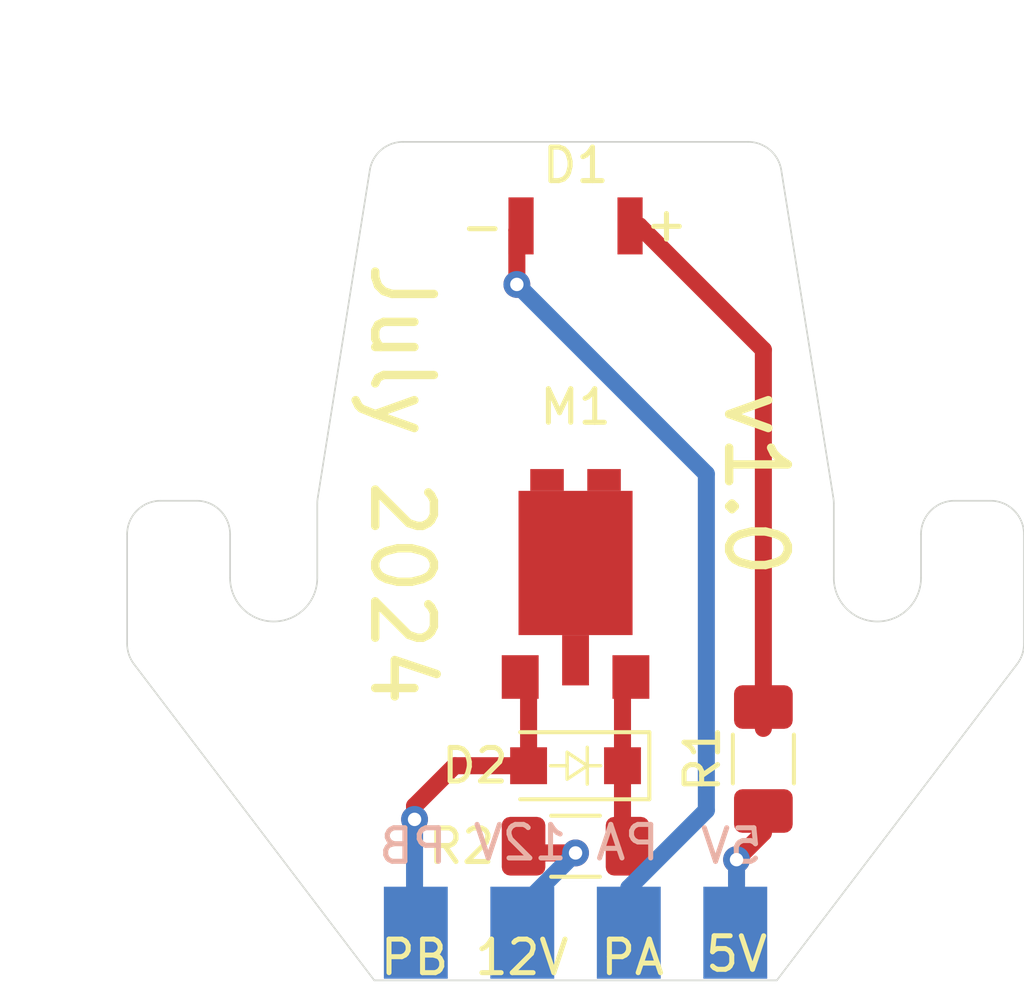
<source format=kicad_pcb>
(kicad_pcb (version 20240108) (generator "pcbnew") (generator_version "8.0")
  (title_block (date "2024-07-22") (rev "1.0"))
  (layers (0 "F.Cu" signal) (31 "B.Cu" signal) (34 "B.Paste" user) (35 "F.Paste" user) (36 "B.SilkS" user "B.Silkscreen") (37 "F.SilkS" user "F.Silkscreen") (38 "B.Mask" user) (39 "F.Mask" user) (44 "Edge.Cuts" user))
  (net 0 "")
  (net 1 "Net-(D1-A)")
  (net 2 "/POW_B")
  (net 3 "/5V")
  (net 4 "/POW_A")
  (net 5 "Net-(D2-K)")
  (net 6 "/12V")
  (footprint "asl_footprints:1206_reverse_smd" (layer "F.Cu") (at 105.85 57.42502)
    (property "Reference" "D1" (at 0.00482 -1.80482 0) (layer "F.SilkS"))
    (property "Value" "LED" (hide yes))
    (pad "" np_thru_hole circle (at 0 0 90) (size 2.3 2.3) (drill 2.3) (layers "*.Cu" "*.Mask"))
    (pad "1" smd rect (at -1.625 0 90) (size 1.7 0.75) (layers "F.Cu" "F.Paste" "F.Mask") (net 4 "/POW_A"))
    (pad "2" smd rect (at 1.625 0 90) (size 1.7 0.75) (layers "F.Cu" "F.Paste" "F.Mask") (net 1 "Net-(D1-A)"))
  )
  (footprint "Resistor_SMD:R_1206_3216Metric_Pad1.30x1.75mm_HandSolder" (layer "F.Cu") (at 105.85 75.9202 180)
    (property "Reference" "R2" (at 3.4 0 180) (layer "F.SilkS"))
    (property "Value" "120Ω")
    (fp_line (start -0.727064 0.91) (end 0.727064 0.91) (stroke (width 0.12)) (layer "F.SilkS"))
    (fp_line (start -0.727064 -0.91) (end 0.727064 -0.91) (stroke (width 0.12)) (layer "F.SilkS"))
    (pad "1" smd roundrect (at -1.55 0 180) (size 1.3 1.75) (layers "F.Cu" "F.Paste" "F.Mask") (roundrect_rratio 0.192308) (net 5 "Net-(D2-K)"))
    (pad "2" smd roundrect (at 1.55 0 180) (size 1.3 1.75) (layers "F.Cu" "F.Paste" "F.Mask") (roundrect_rratio 0.192308) (net 6 "/12V"))
  )
  (footprint "asl_footprints:D_SOD-123F" (layer "F.Cu") (at 105.85 73.5202 180)
    (property "Reference" "D2" (at 3 0 180) (layer "F.SilkS"))
    (property "Value" "1N5819HW-7-F")
    (fp_line (start 0.25 0.4) (end -0.35 0) (stroke (width 0.1)) (layer "F.SilkS"))
    (fp_line (start 0.25 0) (end 0.75 0) (stroke (width 0.1)) (layer "F.SilkS"))
    (fp_line (start 0.25 -0.4) (end 0.25 0.4) (stroke (width 0.1)) (layer "F.SilkS"))
    (fp_line (start -0.35 0) (end 0.25 -0.4) (stroke (width 0.1)) (layer "F.SilkS"))
    (fp_line (start -0.35 0) (end -0.35 0.55) (stroke (width 0.1)) (layer "F.SilkS"))
    (fp_line (start -0.35 0) (end -0.35 -0.55) (stroke (width 0.1)) (layer "F.SilkS"))
    (fp_line (start -0.75 0) (end -0.35 0) (stroke (width 0.1)) (layer "F.SilkS"))
    (fp_line (start -2.2 1) (end 1.65 1) (stroke (width 0.12)) (layer "F.SilkS"))
    (fp_line (start -2.2 -1) (end 1.65 -1) (stroke (width 0.12)) (layer "F.SilkS"))
    (fp_line (start -2.2 -1) (end -2.2 1) (stroke (width 0.12)) (layer "F.SilkS"))
    (pad "1" smd rect (at -1.4 0 180) (size 1.1 1.1) (layers "F.Cu" "F.Paste" "F.Mask") (net 5 "Net-(D2-K)"))
    (pad "2" smd rect (at 1.4 0 180) (size 1.1 1.1) (layers "F.Cu" "F.Paste" "F.Mask") (net 2 "/POW_B"))
  )
  (footprint "asl_footprints:vibration_motor_12k_smd" (layer "F.Cu") (at 105.85 65.325 -90)
    (property "Reference" "M1" (at -2.5 0 0) (layer "F.SilkS"))
    (property "Value" "VZ43FM1B8230001L" (hide yes))
    (pad "1" smd rect (at 5.55 -1.65 90) (size 1.3 1.1) (layers "F.Cu" "F.Paste" "F.Mask") (net 5 "Net-(D2-K)"))
    (pad "2" smd rect (at 5.55 1.65 90) (size 1.3 1.1) (layers "F.Cu" "F.Paste" "F.Mask") (net 2 "/POW_B"))
    (pad "3" smd rect (at -0.325 -0.85) (size 1 0.65) (layers "F.Cu" "F.Paste" "F.Mask"))
    (pad "3" smd rect (at -0.325 0.85) (size 1 0.65) (layers "F.Cu" "F.Paste" "F.Mask"))
    (pad "3" smd rect (at 2.15 0 270) (size 4.3 3.4) (layers "F.Cu" "F.Paste" "F.Mask"))
    (pad "3" smd rect (at 5.05 0 90) (size 1.5 0.8) (layers "F.Cu" "F.Paste" "F.Mask"))
  )
  (footprint "Resistor_SMD:R_1206_3216Metric_Pad1.30x1.75mm_HandSolder" (layer "F.Cu") (at 111.45 73.3202 90)
    (property "Reference" "R1" (at 0 -1.82 90) (layer "F.SilkS"))
    (property "Value" "120Ω")
    (fp_line (start -0.727064 -0.91) (end 0.727064 -0.91) (stroke (width 0.12)) (layer "F.SilkS"))
    (fp_line (start -0.727064 0.91) (end 0.727064 0.91) (stroke (width 0.12)) (layer "F.SilkS"))
    (pad "1" smd roundrect (at -1.55 0 90) (size 1.3 1.75) (layers "F.Cu" "F.Paste" "F.Mask") (roundrect_rratio 0.192308) (net 3 "/5V"))
    (pad "2" smd roundrect (at 1.55 0 90) (size 1.3 1.75) (layers "F.Cu" "F.Paste" "F.Mask") (roundrect_rratio 0.192308) (net 1 "Net-(D1-A)"))
  )
  (footprint "asl_footprints:board_to_board_joint_4" (layer "B.Cu") (at 105.85 77.1262)
    (property "Reference" "J1" (hide yes))
    (property "Value" "Conn_01x04_Pin")
    (pad "1" smd rect (at -4.7625 1.373) (size 1.905 2.7432) (layers "B.Cu" "B.Paste" "B.Mask") (net 2 "/POW_B"))
    (pad "2" smd rect (at -1.5875 1.373) (size 1.905 2.7432) (layers "B.Cu" "B.Paste" "B.Mask") (net 6 "/12V"))
    (pad "3" smd rect (at 1.5875 1.373) (size 1.905 2.7432) (layers "B.Cu" "B.Paste" "B.Mask") (net 4 "/POW_A"))
    (pad "4" smd rect (at 4.7625 1.373) (size 1.905 2.7432) (layers "B.Cu" "B.Paste" "B.Mask") (net 3 "/5V"))
  )
  (gr_line (start 92.684009 70.488373) (end 99.85 79.9202) (stroke (width 0.05)) (layer "Edge.Cuts"))
  (gr_line (start 111.983949 55.76329) (end 113.537613 65.542234) (stroke (width 0.05)) (layer "Edge.Cuts"))
  (gr_arc (start 99.716051 55.76329) (mid 100.054404 55.159662) (end 100.703664 54.9202) (stroke (width 0.05)) (layer "Edge.Cuts"))
  (gr_arc (start 113.537613 65.542234) (mid 113.546897 65.620445) (end 113.55 65.699144) (stroke (width 0.05)) (layer "Edge.Cuts"))
  (gr_line (start 100.703664 54.9202) (end 110.996336 54.9202) (stroke (width 0.05)) (layer "Edge.Cuts"))
  (gr_line (start 113.55 67.9202) (end 113.55 65.699144) (stroke (width 0.05)) (layer "Edge.Cuts"))
  (gr_arc (start 110.996336 54.9202) (mid 111.645581 55.159651) (end 111.983949 55.76329) (stroke (width 0.05)) (layer "Edge.Cuts"))
  (gr_line (start 116.15 67.9202) (end 116.15 66.6202) (stroke (width 0.05)) (layer "Edge.Cuts"))
  (gr_line (start 94.55 65.6202) (end 93.48026 65.6202) (stroke (width 0.05)) (layer "Edge.Cuts"))
  (gr_arc (start 116.15 66.6202) (mid 116.442893 65.913093) (end 117.15 65.6202) (stroke (width 0.05)) (layer "Edge.Cuts"))
  (gr_line (start 98.15 67.9202) (end 98.15 65.699144) (stroke (width 0.05)) (layer "Edge.Cuts"))
  (gr_arc (start 94.55 65.6202) (mid 95.257107 65.913093) (end 95.55 66.6202) (stroke (width 0.05)) (layer "Edge.Cuts"))
  (gr_line (start 98.162387 65.542234) (end 99.716051 55.76329) (stroke (width 0.05)) (layer "Edge.Cuts"))
  (gr_arc (start 92.48026 66.6202) (mid 92.773157 65.913114) (end 93.48026 65.6202) (stroke (width 0.05)) (layer "Edge.Cuts"))
  (gr_line (start 92.48026 66.6202) (end 92.48026 69.883407) (stroke (width 0.05)) (layer "Edge.Cuts"))
  (gr_line (start 118.21974 65.6202) (end 117.15 65.6202) (stroke (width 0.05)) (layer "Edge.Cuts"))
  (gr_arc (start 98.15 67.9202) (mid 96.85 69.2202) (end 95.55 67.9202) (stroke (width 0.05)) (layer "Edge.Cuts"))
  (gr_line (start 99.85 79.9202) (end 111.85 79.9202) (stroke (width 0.05)) (layer "Edge.Cuts"))
  (gr_line (start 119.21974 66.6202) (end 119.21974 69.883407) (stroke (width 0.05)) (layer "Edge.Cuts"))
  (gr_arc (start 119.21974 69.883407) (mid 119.167435 70.202585) (end 119.015991 70.488373) (stroke (width 0.05)) (layer "Edge.Cuts"))
  (gr_arc (start 98.15 65.699144) (mid 98.153105 65.620445) (end 98.162387 65.542234) (stroke (width 0.05)) (layer "Edge.Cuts"))
  (gr_line (start 95.55 67.9202) (end 95.55 66.6202) (stroke (width 0.05)) (layer "Edge.Cuts"))
  (gr_arc (start 118.21974 65.6202) (mid 118.926821 65.913107) (end 119.21974 66.6202) (stroke (width 0.05)) (layer "Edge.Cuts"))
  (gr_line (start 119.015991 70.488373) (end 111.85 79.9202) (stroke (width 0.05)) (layer "Edge.Cuts"))
  (gr_arc (start 116.15 67.9202) (mid 114.85 69.2202) (end 113.55 67.9202) (stroke (width 0.05)) (layer "Edge.Cuts"))
  (gr_arc (start 92.684009 70.488373) (mid 92.532569 70.202584) (end 92.48026 69.883407) (stroke (width 0.05)) (layer "Edge.Cuts"))
  (gr_text "5V" (at 110.5 76.5 0) (layer "B.SilkS") (effects (font (size 1 1)) (justify bottom mirror)))
  (gr_text "12V" (at 104.2 76.4 0) (layer "B.SilkS") (effects (font (size 1 1)) (justify bottom mirror)))
  (gr_text "PA" (at 107.4 76.4 0) (layer "B.SilkS") (effects (font (size 1 1)) (justify bottom mirror)))
  (gr_text "PB" (at 101 76.5 0) (layer "B.SilkS") (effects (font (size 1 1)) (justify bottom mirror)))
  (gr_text "PA" (at 107.55 79.8202 -0) (layer "F.SilkS") (effects (font (size 1 1)) (justify bottom)))
  (gr_text "July 2024" (at 99.65 65.1202 270) (layer "F.SilkS") (effects (font (size 1.75 1.75) (thickness 0.25)) (justify bottom)))
  (gr_text "+" (at 108.05 56.7202 -90) (layer "F.SilkS") (effects (font (size 1 1)) (justify left bottom)))
  (gr_text "v${REVISION}" (at 112.25 65.1202 270) (layer "F.SilkS") (effects (font (size 1.75 1.75) (thickness 0.25)) (justify top)))
  (gr_text "PB" (at 101.05 79.8202 -0) (layer "F.SilkS") (effects (font (size 1 1)) (justify bottom)))
  (gr_text "-" (at 102.35 58.0202 0) (layer "F.SilkS") (effects (font (size 1 1)) (justify left bottom)))
  (gr_text "5V" (at 110.65 79.7202 -0) (layer "F.SilkS") (effects (font (size 1 1)) (justify bottom)))
  (gr_text "12V" (at 104.25 79.8202 0) (layer "F.SilkS") (effects (font (size 1 1)) (justify bottom)))
  (segment (start 107.475 57.42502) (end 107.75482 57.42502) (width 0.508) (layer "F.Cu") (net 1))
  (segment (start 107.75482 57.42502) (end 111.45 61.1202) (width 0.508) (layer "F.Cu") (net 1))
  (segment (start 111.45 61.1202) (end 111.45 72.4077) (width 0.508) (layer "F.Cu") (net 1))
  (segment (start 101.05 75.1202) (end 101.05 74.7202) (width 0.508) (layer "F.Cu") (net 2))
  (segment (start 101.05 74.7202) (end 102.25 73.5202) (width 0.508) (layer "F.Cu") (net 2))
  (segment (start 104.45 71.125) (end 104.2 70.875) (width 0.508) (layer "F.Cu") (net 2))
  (segment (start 102.25 73.5202) (end 104.45 73.5202) (width 0.508) (layer "F.Cu") (net 2))
  (segment (start 104.45 73.5202) (end 104.45 71.125) (width 0.508) (layer "F.Cu") (net 2))
  (via (at 101.05 75.1202) (size 0.8) (drill 0.4) (layers "F.Cu" "B.Cu") (net 2))
  (segment (start 101.05 75.1202) (end 101.05 78.4617) (width 0.508) (layer "B.Cu") (net 2))
  (segment (start 101.05 78.4617) (end 101.0875 78.4992) (width 0.508) (layer "B.Cu") (net 2))
  (segment (start 110.65 76.3202) (end 111.45 75.5202) (width 0.508) (layer "F.Cu") (net 3))
  (segment (start 111.45 75.5202) (end 111.45 74.8702) (width 0.508) (layer "F.Cu") (net 3))
  (via (at 110.65 76.3202) (size 0.8) (drill 0.4) (layers "F.Cu" "B.Cu") (net 3))
  (segment (start 110.65 77.3705) (end 110.6165 77.404) (width 0.508) (layer "B.Cu") (net 3))
  (segment (start 110.65 76.3202) (end 110.65 77.3705) (width 0.508) (layer "B.Cu") (net 3))
  (segment (start 104.1 59.1702) (end 104.1 57.55002) (width 0.508) (layer "F.Cu") (net 4))
  (segment (start 104.1 57.55002) (end 104.225 57.42502) (width 0.508) (layer "F.Cu") (net 4))
  (via (at 104.1 59.1702) (size 0.8) (drill 0.4) (layers "F.Cu" "B.Cu") (net 4))
  (segment (start 109.75 64.8202) (end 109.75 74.8502) (width 0.508) (layer "B.Cu") (net 4))
  (segment (start 104.1 59.1702) (end 109.75 64.8202) (width 0.508) (layer "B.Cu") (net 4))
  (segment (start 109.75 74.8502) (end 107.4375 77.1627) (width 0.508) (layer "B.Cu") (net 4))
  (segment (start 107.4375 77.1627) (end 107.4375 78.4992) (width 0.508) (layer "B.Cu") (net 4))
  (segment (start 107.25 75.7702) (end 107.25 73.5202) (width 0.508) (layer "F.Cu") (net 5))
  (segment (start 107.25 73.5202) (end 107.25 71.125) (width 0.508) (layer "F.Cu") (net 5))
  (segment (start 107.4 75.9202) (end 107.25 75.7702) (width 0.508) (layer "F.Cu") (net 5))
  (segment (start 107.25 71.125) (end 107.5 70.875) (width 0.508) (layer "F.Cu") (net 5))
  (segment (start 105.85 76.1202) (end 104.5 76.1202) (width 0.508) (layer "F.Cu") (net 6))
  (segment (start 104.5 76.1202) (end 104.3 75.9202) (width 0.508) (layer "F.Cu") (net 6))
  (via (at 105.85 76.1202) (size 0.8) (drill 0.4) (layers "F.Cu" "B.Cu") (net 6))
  (segment (start 105.85 76.1202) (end 104.2625 77.7077) (width 0.508) (layer "B.Cu") (net 6))
  (segment (start 104.2625 77.7077) (end 104.2625 78.4992) (width 0.508) (layer "B.Cu") (net 6))
)
</source>
